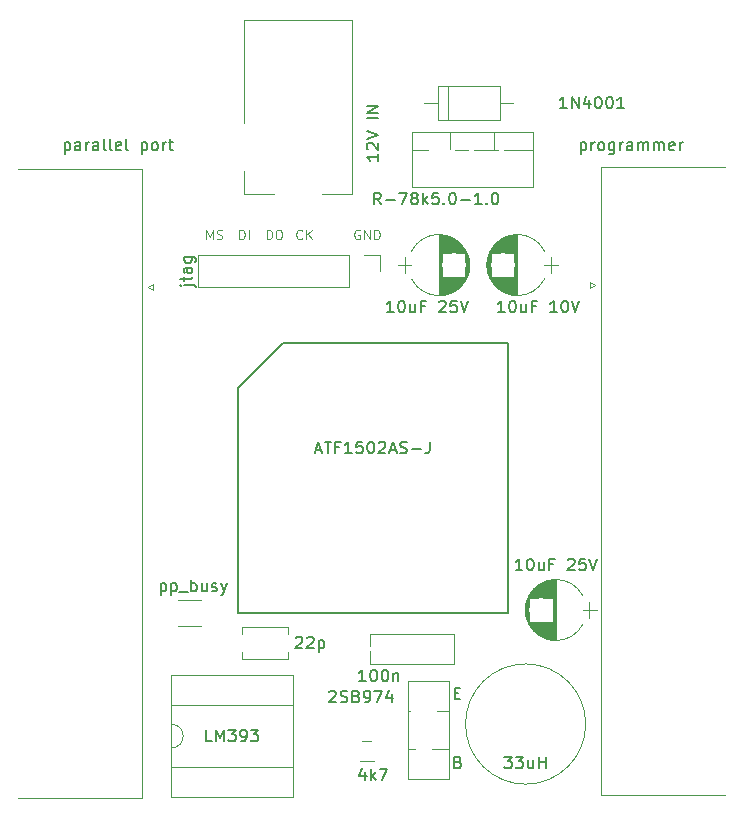
<source format=gto>
G04 #@! TF.FileFunction,Legend,Top*
%FSLAX46Y46*%
G04 Gerber Fmt 4.6, Leading zero omitted, Abs format (unit mm)*
G04 Created by KiCad (PCBNEW 4.0.7-e2-6376~58~ubuntu16.04.1) date Sat Dec  9 11:07:45 2023*
%MOMM*%
%LPD*%
G01*
G04 APERTURE LIST*
%ADD10C,0.100000*%
%ADD11C,0.200000*%
%ADD12C,0.120000*%
%ADD13C,0.150000*%
%ADD14R,2.000000X2.000000*%
%ADD15C,2.000000*%
%ADD16R,2.600000X2.600000*%
%ADD17O,2.600000X2.600000*%
%ADD18R,3.900000X3.900000*%
%ADD19C,4.400000*%
%ADD20R,2.100000X2.100000*%
%ADD21O,2.100000X2.100000*%
%ADD22R,2.400000X2.100000*%
%ADD23C,3.000000*%
%ADD24R,2.200000X2.200000*%
%ADD25O,2.200000X2.200000*%
%ADD26R,1.900000X1.700000*%
%ADD27R,1.797000X1.797000*%
%ADD28C,1.797000*%
%ADD29O,2.000000X2.000000*%
G04 APERTURE END LIST*
D10*
X101460381Y-51923905D02*
X101460381Y-51123905D01*
X101727048Y-51695333D01*
X101993715Y-51123905D01*
X101993715Y-51923905D01*
X102336572Y-51885810D02*
X102450858Y-51923905D01*
X102641334Y-51923905D01*
X102717524Y-51885810D01*
X102755620Y-51847714D01*
X102793715Y-51771524D01*
X102793715Y-51695333D01*
X102755620Y-51619143D01*
X102717524Y-51581048D01*
X102641334Y-51542952D01*
X102488953Y-51504857D01*
X102412762Y-51466762D01*
X102374667Y-51428667D01*
X102336572Y-51352476D01*
X102336572Y-51276286D01*
X102374667Y-51200095D01*
X102412762Y-51162000D01*
X102488953Y-51123905D01*
X102679429Y-51123905D01*
X102793715Y-51162000D01*
X104248000Y-51923905D02*
X104248000Y-51123905D01*
X104438476Y-51123905D01*
X104552762Y-51162000D01*
X104628953Y-51238190D01*
X104667048Y-51314381D01*
X104705143Y-51466762D01*
X104705143Y-51581048D01*
X104667048Y-51733429D01*
X104628953Y-51809619D01*
X104552762Y-51885810D01*
X104438476Y-51923905D01*
X104248000Y-51923905D01*
X105048000Y-51923905D02*
X105048000Y-51123905D01*
X106559429Y-51923905D02*
X106559429Y-51123905D01*
X106749905Y-51123905D01*
X106864191Y-51162000D01*
X106940382Y-51238190D01*
X106978477Y-51314381D01*
X107016572Y-51466762D01*
X107016572Y-51581048D01*
X106978477Y-51733429D01*
X106940382Y-51809619D01*
X106864191Y-51885810D01*
X106749905Y-51923905D01*
X106559429Y-51923905D01*
X107511810Y-51123905D02*
X107664191Y-51123905D01*
X107740382Y-51162000D01*
X107816572Y-51238190D01*
X107854667Y-51390571D01*
X107854667Y-51657238D01*
X107816572Y-51809619D01*
X107740382Y-51885810D01*
X107664191Y-51923905D01*
X107511810Y-51923905D01*
X107435620Y-51885810D01*
X107359429Y-51809619D01*
X107321334Y-51657238D01*
X107321334Y-51390571D01*
X107359429Y-51238190D01*
X107435620Y-51162000D01*
X107511810Y-51123905D01*
X109575619Y-51847714D02*
X109537524Y-51885810D01*
X109423238Y-51923905D01*
X109347048Y-51923905D01*
X109232762Y-51885810D01*
X109156571Y-51809619D01*
X109118476Y-51733429D01*
X109080381Y-51581048D01*
X109080381Y-51466762D01*
X109118476Y-51314381D01*
X109156571Y-51238190D01*
X109232762Y-51162000D01*
X109347048Y-51123905D01*
X109423238Y-51123905D01*
X109537524Y-51162000D01*
X109575619Y-51200095D01*
X109918476Y-51923905D02*
X109918476Y-51123905D01*
X110375619Y-51923905D02*
X110032762Y-51466762D01*
X110375619Y-51123905D02*
X109918476Y-51581048D01*
X114452477Y-51162000D02*
X114376286Y-51123905D01*
X114262001Y-51123905D01*
X114147715Y-51162000D01*
X114071524Y-51238190D01*
X114033429Y-51314381D01*
X113995334Y-51466762D01*
X113995334Y-51581048D01*
X114033429Y-51733429D01*
X114071524Y-51809619D01*
X114147715Y-51885810D01*
X114262001Y-51923905D01*
X114338191Y-51923905D01*
X114452477Y-51885810D01*
X114490572Y-51847714D01*
X114490572Y-51581048D01*
X114338191Y-51581048D01*
X114833429Y-51923905D02*
X114833429Y-51123905D01*
X115290572Y-51923905D01*
X115290572Y-51123905D01*
X115671524Y-51923905D02*
X115671524Y-51123905D01*
X115862000Y-51123905D01*
X115976286Y-51162000D01*
X116052477Y-51238190D01*
X116090572Y-51314381D01*
X116128667Y-51466762D01*
X116128667Y-51581048D01*
X116090572Y-51733429D01*
X116052477Y-51809619D01*
X115976286Y-51885810D01*
X115862000Y-51923905D01*
X115671524Y-51923905D01*
D11*
X122467714Y-90352571D02*
X122801048Y-90352571D01*
X122943905Y-90876381D02*
X122467714Y-90876381D01*
X122467714Y-89876381D01*
X122943905Y-89876381D01*
X122753429Y-96194571D02*
X122896286Y-96242190D01*
X122943905Y-96289810D01*
X122991524Y-96385048D01*
X122991524Y-96527905D01*
X122943905Y-96623143D01*
X122896286Y-96670762D01*
X122801048Y-96718381D01*
X122420095Y-96718381D01*
X122420095Y-95718381D01*
X122753429Y-95718381D01*
X122848667Y-95766000D01*
X122896286Y-95813619D01*
X122943905Y-95908857D01*
X122943905Y-96004095D01*
X122896286Y-96099333D01*
X122848667Y-96146952D01*
X122753429Y-96194571D01*
X122420095Y-96194571D01*
D12*
X123443722Y-52922277D02*
G75*
G03X118832420Y-52922000I-2305722J-1179723D01*
G01*
X123443722Y-55281723D02*
G75*
G02X118832420Y-55282000I-2305722J1179723D01*
G01*
X123443722Y-55281723D02*
G75*
G03X123443580Y-52922000I-2305722J1179723D01*
G01*
X121138000Y-51552000D02*
X121138000Y-56652000D01*
X121178000Y-51552000D02*
X121178000Y-56652000D01*
X121218000Y-51553000D02*
X121218000Y-56651000D01*
X121258000Y-51554000D02*
X121258000Y-56650000D01*
X121298000Y-51556000D02*
X121298000Y-56648000D01*
X121338000Y-51559000D02*
X121338000Y-56645000D01*
X121378000Y-51563000D02*
X121378000Y-56641000D01*
X121418000Y-51567000D02*
X121418000Y-53122000D01*
X121418000Y-55082000D02*
X121418000Y-56637000D01*
X121458000Y-51571000D02*
X121458000Y-53122000D01*
X121458000Y-55082000D02*
X121458000Y-56633000D01*
X121498000Y-51577000D02*
X121498000Y-53122000D01*
X121498000Y-55082000D02*
X121498000Y-56627000D01*
X121538000Y-51583000D02*
X121538000Y-53122000D01*
X121538000Y-55082000D02*
X121538000Y-56621000D01*
X121578000Y-51589000D02*
X121578000Y-53122000D01*
X121578000Y-55082000D02*
X121578000Y-56615000D01*
X121618000Y-51596000D02*
X121618000Y-53122000D01*
X121618000Y-55082000D02*
X121618000Y-56608000D01*
X121658000Y-51604000D02*
X121658000Y-53122000D01*
X121658000Y-55082000D02*
X121658000Y-56600000D01*
X121698000Y-51613000D02*
X121698000Y-53122000D01*
X121698000Y-55082000D02*
X121698000Y-56591000D01*
X121738000Y-51622000D02*
X121738000Y-53122000D01*
X121738000Y-55082000D02*
X121738000Y-56582000D01*
X121778000Y-51632000D02*
X121778000Y-53122000D01*
X121778000Y-55082000D02*
X121778000Y-56572000D01*
X121818000Y-51642000D02*
X121818000Y-53122000D01*
X121818000Y-55082000D02*
X121818000Y-56562000D01*
X121859000Y-51654000D02*
X121859000Y-53122000D01*
X121859000Y-55082000D02*
X121859000Y-56550000D01*
X121899000Y-51666000D02*
X121899000Y-53122000D01*
X121899000Y-55082000D02*
X121899000Y-56538000D01*
X121939000Y-51678000D02*
X121939000Y-53122000D01*
X121939000Y-55082000D02*
X121939000Y-56526000D01*
X121979000Y-51692000D02*
X121979000Y-53122000D01*
X121979000Y-55082000D02*
X121979000Y-56512000D01*
X122019000Y-51706000D02*
X122019000Y-53122000D01*
X122019000Y-55082000D02*
X122019000Y-56498000D01*
X122059000Y-51720000D02*
X122059000Y-53122000D01*
X122059000Y-55082000D02*
X122059000Y-56484000D01*
X122099000Y-51736000D02*
X122099000Y-53122000D01*
X122099000Y-55082000D02*
X122099000Y-56468000D01*
X122139000Y-51752000D02*
X122139000Y-53122000D01*
X122139000Y-55082000D02*
X122139000Y-56452000D01*
X122179000Y-51769000D02*
X122179000Y-53122000D01*
X122179000Y-55082000D02*
X122179000Y-56435000D01*
X122219000Y-51787000D02*
X122219000Y-53122000D01*
X122219000Y-55082000D02*
X122219000Y-56417000D01*
X122259000Y-51806000D02*
X122259000Y-53122000D01*
X122259000Y-55082000D02*
X122259000Y-56398000D01*
X122299000Y-51826000D02*
X122299000Y-53122000D01*
X122299000Y-55082000D02*
X122299000Y-56378000D01*
X122339000Y-51846000D02*
X122339000Y-53122000D01*
X122339000Y-55082000D02*
X122339000Y-56358000D01*
X122379000Y-51868000D02*
X122379000Y-53122000D01*
X122379000Y-55082000D02*
X122379000Y-56336000D01*
X122419000Y-51890000D02*
X122419000Y-53122000D01*
X122419000Y-55082000D02*
X122419000Y-56314000D01*
X122459000Y-51913000D02*
X122459000Y-53122000D01*
X122459000Y-55082000D02*
X122459000Y-56291000D01*
X122499000Y-51937000D02*
X122499000Y-53122000D01*
X122499000Y-55082000D02*
X122499000Y-56267000D01*
X122539000Y-51962000D02*
X122539000Y-53122000D01*
X122539000Y-55082000D02*
X122539000Y-56242000D01*
X122579000Y-51989000D02*
X122579000Y-53122000D01*
X122579000Y-55082000D02*
X122579000Y-56215000D01*
X122619000Y-52016000D02*
X122619000Y-53122000D01*
X122619000Y-55082000D02*
X122619000Y-56188000D01*
X122659000Y-52044000D02*
X122659000Y-53122000D01*
X122659000Y-55082000D02*
X122659000Y-56160000D01*
X122699000Y-52074000D02*
X122699000Y-53122000D01*
X122699000Y-55082000D02*
X122699000Y-56130000D01*
X122739000Y-52105000D02*
X122739000Y-53122000D01*
X122739000Y-55082000D02*
X122739000Y-56099000D01*
X122779000Y-52137000D02*
X122779000Y-53122000D01*
X122779000Y-55082000D02*
X122779000Y-56067000D01*
X122819000Y-52170000D02*
X122819000Y-53122000D01*
X122819000Y-55082000D02*
X122819000Y-56034000D01*
X122859000Y-52205000D02*
X122859000Y-53122000D01*
X122859000Y-55082000D02*
X122859000Y-55999000D01*
X122899000Y-52241000D02*
X122899000Y-53122000D01*
X122899000Y-55082000D02*
X122899000Y-55963000D01*
X122939000Y-52279000D02*
X122939000Y-53122000D01*
X122939000Y-55082000D02*
X122939000Y-55925000D01*
X122979000Y-52319000D02*
X122979000Y-53122000D01*
X122979000Y-55082000D02*
X122979000Y-55885000D01*
X123019000Y-52360000D02*
X123019000Y-53122000D01*
X123019000Y-55082000D02*
X123019000Y-55844000D01*
X123059000Y-52403000D02*
X123059000Y-53122000D01*
X123059000Y-55082000D02*
X123059000Y-55801000D01*
X123099000Y-52448000D02*
X123099000Y-53122000D01*
X123099000Y-55082000D02*
X123099000Y-55756000D01*
X123139000Y-52496000D02*
X123139000Y-53122000D01*
X123139000Y-55082000D02*
X123139000Y-55708000D01*
X123179000Y-52546000D02*
X123179000Y-53122000D01*
X123179000Y-55082000D02*
X123179000Y-55658000D01*
X123219000Y-52598000D02*
X123219000Y-53122000D01*
X123219000Y-55082000D02*
X123219000Y-55606000D01*
X123259000Y-52654000D02*
X123259000Y-53122000D01*
X123259000Y-55082000D02*
X123259000Y-55550000D01*
X123299000Y-52712000D02*
X123299000Y-53122000D01*
X123299000Y-55082000D02*
X123299000Y-55492000D01*
X123339000Y-52775000D02*
X123339000Y-53122000D01*
X123339000Y-55082000D02*
X123339000Y-55429000D01*
X123379000Y-52841000D02*
X123379000Y-55363000D01*
X123419000Y-52913000D02*
X123419000Y-55291000D01*
X123459000Y-52990000D02*
X123459000Y-55214000D01*
X123499000Y-53074000D02*
X123499000Y-55130000D01*
X123539000Y-53168000D02*
X123539000Y-55036000D01*
X123579000Y-53273000D02*
X123579000Y-54931000D01*
X123619000Y-53395000D02*
X123619000Y-54809000D01*
X123659000Y-53543000D02*
X123659000Y-54661000D01*
X123699000Y-53748000D02*
X123699000Y-54456000D01*
X117688000Y-54102000D02*
X118888000Y-54102000D01*
X118288000Y-53452000D02*
X118288000Y-54752000D01*
X125476278Y-55281723D02*
G75*
G03X130087580Y-55282000I2305722J1179723D01*
G01*
X125476278Y-52922277D02*
G75*
G02X130087580Y-52922000I2305722J-1179723D01*
G01*
X125476278Y-52922277D02*
G75*
G03X125476420Y-55282000I2305722J-1179723D01*
G01*
X127782000Y-56652000D02*
X127782000Y-51552000D01*
X127742000Y-56652000D02*
X127742000Y-51552000D01*
X127702000Y-56651000D02*
X127702000Y-51553000D01*
X127662000Y-56650000D02*
X127662000Y-51554000D01*
X127622000Y-56648000D02*
X127622000Y-51556000D01*
X127582000Y-56645000D02*
X127582000Y-51559000D01*
X127542000Y-56641000D02*
X127542000Y-51563000D01*
X127502000Y-56637000D02*
X127502000Y-55082000D01*
X127502000Y-53122000D02*
X127502000Y-51567000D01*
X127462000Y-56633000D02*
X127462000Y-55082000D01*
X127462000Y-53122000D02*
X127462000Y-51571000D01*
X127422000Y-56627000D02*
X127422000Y-55082000D01*
X127422000Y-53122000D02*
X127422000Y-51577000D01*
X127382000Y-56621000D02*
X127382000Y-55082000D01*
X127382000Y-53122000D02*
X127382000Y-51583000D01*
X127342000Y-56615000D02*
X127342000Y-55082000D01*
X127342000Y-53122000D02*
X127342000Y-51589000D01*
X127302000Y-56608000D02*
X127302000Y-55082000D01*
X127302000Y-53122000D02*
X127302000Y-51596000D01*
X127262000Y-56600000D02*
X127262000Y-55082000D01*
X127262000Y-53122000D02*
X127262000Y-51604000D01*
X127222000Y-56591000D02*
X127222000Y-55082000D01*
X127222000Y-53122000D02*
X127222000Y-51613000D01*
X127182000Y-56582000D02*
X127182000Y-55082000D01*
X127182000Y-53122000D02*
X127182000Y-51622000D01*
X127142000Y-56572000D02*
X127142000Y-55082000D01*
X127142000Y-53122000D02*
X127142000Y-51632000D01*
X127102000Y-56562000D02*
X127102000Y-55082000D01*
X127102000Y-53122000D02*
X127102000Y-51642000D01*
X127061000Y-56550000D02*
X127061000Y-55082000D01*
X127061000Y-53122000D02*
X127061000Y-51654000D01*
X127021000Y-56538000D02*
X127021000Y-55082000D01*
X127021000Y-53122000D02*
X127021000Y-51666000D01*
X126981000Y-56526000D02*
X126981000Y-55082000D01*
X126981000Y-53122000D02*
X126981000Y-51678000D01*
X126941000Y-56512000D02*
X126941000Y-55082000D01*
X126941000Y-53122000D02*
X126941000Y-51692000D01*
X126901000Y-56498000D02*
X126901000Y-55082000D01*
X126901000Y-53122000D02*
X126901000Y-51706000D01*
X126861000Y-56484000D02*
X126861000Y-55082000D01*
X126861000Y-53122000D02*
X126861000Y-51720000D01*
X126821000Y-56468000D02*
X126821000Y-55082000D01*
X126821000Y-53122000D02*
X126821000Y-51736000D01*
X126781000Y-56452000D02*
X126781000Y-55082000D01*
X126781000Y-53122000D02*
X126781000Y-51752000D01*
X126741000Y-56435000D02*
X126741000Y-55082000D01*
X126741000Y-53122000D02*
X126741000Y-51769000D01*
X126701000Y-56417000D02*
X126701000Y-55082000D01*
X126701000Y-53122000D02*
X126701000Y-51787000D01*
X126661000Y-56398000D02*
X126661000Y-55082000D01*
X126661000Y-53122000D02*
X126661000Y-51806000D01*
X126621000Y-56378000D02*
X126621000Y-55082000D01*
X126621000Y-53122000D02*
X126621000Y-51826000D01*
X126581000Y-56358000D02*
X126581000Y-55082000D01*
X126581000Y-53122000D02*
X126581000Y-51846000D01*
X126541000Y-56336000D02*
X126541000Y-55082000D01*
X126541000Y-53122000D02*
X126541000Y-51868000D01*
X126501000Y-56314000D02*
X126501000Y-55082000D01*
X126501000Y-53122000D02*
X126501000Y-51890000D01*
X126461000Y-56291000D02*
X126461000Y-55082000D01*
X126461000Y-53122000D02*
X126461000Y-51913000D01*
X126421000Y-56267000D02*
X126421000Y-55082000D01*
X126421000Y-53122000D02*
X126421000Y-51937000D01*
X126381000Y-56242000D02*
X126381000Y-55082000D01*
X126381000Y-53122000D02*
X126381000Y-51962000D01*
X126341000Y-56215000D02*
X126341000Y-55082000D01*
X126341000Y-53122000D02*
X126341000Y-51989000D01*
X126301000Y-56188000D02*
X126301000Y-55082000D01*
X126301000Y-53122000D02*
X126301000Y-52016000D01*
X126261000Y-56160000D02*
X126261000Y-55082000D01*
X126261000Y-53122000D02*
X126261000Y-52044000D01*
X126221000Y-56130000D02*
X126221000Y-55082000D01*
X126221000Y-53122000D02*
X126221000Y-52074000D01*
X126181000Y-56099000D02*
X126181000Y-55082000D01*
X126181000Y-53122000D02*
X126181000Y-52105000D01*
X126141000Y-56067000D02*
X126141000Y-55082000D01*
X126141000Y-53122000D02*
X126141000Y-52137000D01*
X126101000Y-56034000D02*
X126101000Y-55082000D01*
X126101000Y-53122000D02*
X126101000Y-52170000D01*
X126061000Y-55999000D02*
X126061000Y-55082000D01*
X126061000Y-53122000D02*
X126061000Y-52205000D01*
X126021000Y-55963000D02*
X126021000Y-55082000D01*
X126021000Y-53122000D02*
X126021000Y-52241000D01*
X125981000Y-55925000D02*
X125981000Y-55082000D01*
X125981000Y-53122000D02*
X125981000Y-52279000D01*
X125941000Y-55885000D02*
X125941000Y-55082000D01*
X125941000Y-53122000D02*
X125941000Y-52319000D01*
X125901000Y-55844000D02*
X125901000Y-55082000D01*
X125901000Y-53122000D02*
X125901000Y-52360000D01*
X125861000Y-55801000D02*
X125861000Y-55082000D01*
X125861000Y-53122000D02*
X125861000Y-52403000D01*
X125821000Y-55756000D02*
X125821000Y-55082000D01*
X125821000Y-53122000D02*
X125821000Y-52448000D01*
X125781000Y-55708000D02*
X125781000Y-55082000D01*
X125781000Y-53122000D02*
X125781000Y-52496000D01*
X125741000Y-55658000D02*
X125741000Y-55082000D01*
X125741000Y-53122000D02*
X125741000Y-52546000D01*
X125701000Y-55606000D02*
X125701000Y-55082000D01*
X125701000Y-53122000D02*
X125701000Y-52598000D01*
X125661000Y-55550000D02*
X125661000Y-55082000D01*
X125661000Y-53122000D02*
X125661000Y-52654000D01*
X125621000Y-55492000D02*
X125621000Y-55082000D01*
X125621000Y-53122000D02*
X125621000Y-52712000D01*
X125581000Y-55429000D02*
X125581000Y-55082000D01*
X125581000Y-53122000D02*
X125581000Y-52775000D01*
X125541000Y-55363000D02*
X125541000Y-52841000D01*
X125501000Y-55291000D02*
X125501000Y-52913000D01*
X125461000Y-55214000D02*
X125461000Y-52990000D01*
X125421000Y-55130000D02*
X125421000Y-53074000D01*
X125381000Y-55036000D02*
X125381000Y-53168000D01*
X125341000Y-54931000D02*
X125341000Y-53273000D01*
X125301000Y-54809000D02*
X125301000Y-53395000D01*
X125261000Y-54661000D02*
X125261000Y-53543000D01*
X125221000Y-54456000D02*
X125221000Y-53748000D01*
X131232000Y-54102000D02*
X130032000Y-54102000D01*
X130632000Y-54752000D02*
X130632000Y-53452000D01*
X115272000Y-85304000D02*
X122392000Y-85304000D01*
X115272000Y-87924000D02*
X122392000Y-87924000D01*
X115272000Y-85304000D02*
X115272000Y-87924000D01*
X122392000Y-85304000D02*
X122392000Y-87924000D01*
X104486000Y-84746000D02*
X108406000Y-84746000D01*
X104486000Y-87466000D02*
X108406000Y-87466000D01*
X104486000Y-84746000D02*
X104486000Y-85356000D01*
X104486000Y-86856000D02*
X104486000Y-87466000D01*
X108406000Y-84746000D02*
X108406000Y-85356000D01*
X108406000Y-86856000D02*
X108406000Y-87466000D01*
X128738278Y-84491723D02*
G75*
G03X133349580Y-84492000I2305722J1179723D01*
G01*
X128738278Y-82132277D02*
G75*
G02X133349580Y-82132000I2305722J-1179723D01*
G01*
X128738278Y-82132277D02*
G75*
G03X128738420Y-84492000I2305722J-1179723D01*
G01*
X131044000Y-85862000D02*
X131044000Y-80762000D01*
X131004000Y-85862000D02*
X131004000Y-80762000D01*
X130964000Y-85861000D02*
X130964000Y-80763000D01*
X130924000Y-85860000D02*
X130924000Y-80764000D01*
X130884000Y-85858000D02*
X130884000Y-80766000D01*
X130844000Y-85855000D02*
X130844000Y-80769000D01*
X130804000Y-85851000D02*
X130804000Y-80773000D01*
X130764000Y-85847000D02*
X130764000Y-84292000D01*
X130764000Y-82332000D02*
X130764000Y-80777000D01*
X130724000Y-85843000D02*
X130724000Y-84292000D01*
X130724000Y-82332000D02*
X130724000Y-80781000D01*
X130684000Y-85837000D02*
X130684000Y-84292000D01*
X130684000Y-82332000D02*
X130684000Y-80787000D01*
X130644000Y-85831000D02*
X130644000Y-84292000D01*
X130644000Y-82332000D02*
X130644000Y-80793000D01*
X130604000Y-85825000D02*
X130604000Y-84292000D01*
X130604000Y-82332000D02*
X130604000Y-80799000D01*
X130564000Y-85818000D02*
X130564000Y-84292000D01*
X130564000Y-82332000D02*
X130564000Y-80806000D01*
X130524000Y-85810000D02*
X130524000Y-84292000D01*
X130524000Y-82332000D02*
X130524000Y-80814000D01*
X130484000Y-85801000D02*
X130484000Y-84292000D01*
X130484000Y-82332000D02*
X130484000Y-80823000D01*
X130444000Y-85792000D02*
X130444000Y-84292000D01*
X130444000Y-82332000D02*
X130444000Y-80832000D01*
X130404000Y-85782000D02*
X130404000Y-84292000D01*
X130404000Y-82332000D02*
X130404000Y-80842000D01*
X130364000Y-85772000D02*
X130364000Y-84292000D01*
X130364000Y-82332000D02*
X130364000Y-80852000D01*
X130323000Y-85760000D02*
X130323000Y-84292000D01*
X130323000Y-82332000D02*
X130323000Y-80864000D01*
X130283000Y-85748000D02*
X130283000Y-84292000D01*
X130283000Y-82332000D02*
X130283000Y-80876000D01*
X130243000Y-85736000D02*
X130243000Y-84292000D01*
X130243000Y-82332000D02*
X130243000Y-80888000D01*
X130203000Y-85722000D02*
X130203000Y-84292000D01*
X130203000Y-82332000D02*
X130203000Y-80902000D01*
X130163000Y-85708000D02*
X130163000Y-84292000D01*
X130163000Y-82332000D02*
X130163000Y-80916000D01*
X130123000Y-85694000D02*
X130123000Y-84292000D01*
X130123000Y-82332000D02*
X130123000Y-80930000D01*
X130083000Y-85678000D02*
X130083000Y-84292000D01*
X130083000Y-82332000D02*
X130083000Y-80946000D01*
X130043000Y-85662000D02*
X130043000Y-84292000D01*
X130043000Y-82332000D02*
X130043000Y-80962000D01*
X130003000Y-85645000D02*
X130003000Y-84292000D01*
X130003000Y-82332000D02*
X130003000Y-80979000D01*
X129963000Y-85627000D02*
X129963000Y-84292000D01*
X129963000Y-82332000D02*
X129963000Y-80997000D01*
X129923000Y-85608000D02*
X129923000Y-84292000D01*
X129923000Y-82332000D02*
X129923000Y-81016000D01*
X129883000Y-85588000D02*
X129883000Y-84292000D01*
X129883000Y-82332000D02*
X129883000Y-81036000D01*
X129843000Y-85568000D02*
X129843000Y-84292000D01*
X129843000Y-82332000D02*
X129843000Y-81056000D01*
X129803000Y-85546000D02*
X129803000Y-84292000D01*
X129803000Y-82332000D02*
X129803000Y-81078000D01*
X129763000Y-85524000D02*
X129763000Y-84292000D01*
X129763000Y-82332000D02*
X129763000Y-81100000D01*
X129723000Y-85501000D02*
X129723000Y-84292000D01*
X129723000Y-82332000D02*
X129723000Y-81123000D01*
X129683000Y-85477000D02*
X129683000Y-84292000D01*
X129683000Y-82332000D02*
X129683000Y-81147000D01*
X129643000Y-85452000D02*
X129643000Y-84292000D01*
X129643000Y-82332000D02*
X129643000Y-81172000D01*
X129603000Y-85425000D02*
X129603000Y-84292000D01*
X129603000Y-82332000D02*
X129603000Y-81199000D01*
X129563000Y-85398000D02*
X129563000Y-84292000D01*
X129563000Y-82332000D02*
X129563000Y-81226000D01*
X129523000Y-85370000D02*
X129523000Y-84292000D01*
X129523000Y-82332000D02*
X129523000Y-81254000D01*
X129483000Y-85340000D02*
X129483000Y-84292000D01*
X129483000Y-82332000D02*
X129483000Y-81284000D01*
X129443000Y-85309000D02*
X129443000Y-84292000D01*
X129443000Y-82332000D02*
X129443000Y-81315000D01*
X129403000Y-85277000D02*
X129403000Y-84292000D01*
X129403000Y-82332000D02*
X129403000Y-81347000D01*
X129363000Y-85244000D02*
X129363000Y-84292000D01*
X129363000Y-82332000D02*
X129363000Y-81380000D01*
X129323000Y-85209000D02*
X129323000Y-84292000D01*
X129323000Y-82332000D02*
X129323000Y-81415000D01*
X129283000Y-85173000D02*
X129283000Y-84292000D01*
X129283000Y-82332000D02*
X129283000Y-81451000D01*
X129243000Y-85135000D02*
X129243000Y-84292000D01*
X129243000Y-82332000D02*
X129243000Y-81489000D01*
X129203000Y-85095000D02*
X129203000Y-84292000D01*
X129203000Y-82332000D02*
X129203000Y-81529000D01*
X129163000Y-85054000D02*
X129163000Y-84292000D01*
X129163000Y-82332000D02*
X129163000Y-81570000D01*
X129123000Y-85011000D02*
X129123000Y-84292000D01*
X129123000Y-82332000D02*
X129123000Y-81613000D01*
X129083000Y-84966000D02*
X129083000Y-84292000D01*
X129083000Y-82332000D02*
X129083000Y-81658000D01*
X129043000Y-84918000D02*
X129043000Y-84292000D01*
X129043000Y-82332000D02*
X129043000Y-81706000D01*
X129003000Y-84868000D02*
X129003000Y-84292000D01*
X129003000Y-82332000D02*
X129003000Y-81756000D01*
X128963000Y-84816000D02*
X128963000Y-84292000D01*
X128963000Y-82332000D02*
X128963000Y-81808000D01*
X128923000Y-84760000D02*
X128923000Y-84292000D01*
X128923000Y-82332000D02*
X128923000Y-81864000D01*
X128883000Y-84702000D02*
X128883000Y-84292000D01*
X128883000Y-82332000D02*
X128883000Y-81922000D01*
X128843000Y-84639000D02*
X128843000Y-84292000D01*
X128843000Y-82332000D02*
X128843000Y-81985000D01*
X128803000Y-84573000D02*
X128803000Y-82051000D01*
X128763000Y-84501000D02*
X128763000Y-82123000D01*
X128723000Y-84424000D02*
X128723000Y-82200000D01*
X128683000Y-84340000D02*
X128683000Y-82284000D01*
X128643000Y-84246000D02*
X128643000Y-82378000D01*
X128603000Y-84141000D02*
X128603000Y-82483000D01*
X128563000Y-84019000D02*
X128563000Y-82605000D01*
X128523000Y-83871000D02*
X128523000Y-82753000D01*
X128483000Y-83666000D02*
X128483000Y-82958000D01*
X134494000Y-83312000D02*
X133294000Y-83312000D01*
X133894000Y-83962000D02*
X133894000Y-82662000D01*
X121038000Y-38976000D02*
X121038000Y-41796000D01*
X121038000Y-41796000D02*
X126358000Y-41796000D01*
X126358000Y-41796000D02*
X126358000Y-38976000D01*
X126358000Y-38976000D02*
X121038000Y-38976000D01*
X119898000Y-40386000D02*
X121038000Y-40386000D01*
X127498000Y-40386000D02*
X126358000Y-40386000D01*
X121878000Y-38976000D02*
X121878000Y-41796000D01*
X104620000Y-42148000D02*
X104620000Y-33348000D01*
X104620000Y-33348000D02*
X113820000Y-33348000D01*
X107320000Y-48048000D02*
X104620000Y-48048000D01*
X104620000Y-48048000D02*
X104620000Y-46148000D01*
X113820000Y-33348000D02*
X113820000Y-48048000D01*
X113820000Y-48048000D02*
X111220000Y-48048000D01*
X85544000Y-45991000D02*
X96024000Y-45991000D01*
X96024000Y-45991000D02*
X96024000Y-99211000D01*
X96024000Y-99211000D02*
X85544000Y-99211000D01*
X96918338Y-55731000D02*
X96918338Y-56231000D01*
X96918338Y-56231000D02*
X96485325Y-55981000D01*
X96485325Y-55981000D02*
X96918338Y-55731000D01*
X100778000Y-53280000D02*
X100778000Y-55940000D01*
X113538000Y-53280000D02*
X100778000Y-53280000D01*
X113538000Y-55940000D02*
X100778000Y-55940000D01*
X113538000Y-53280000D02*
X113538000Y-55940000D01*
X114808000Y-53280000D02*
X116138000Y-53280000D01*
X116138000Y-53280000D02*
X116138000Y-54610000D01*
X145342000Y-99005000D02*
X134862000Y-99005000D01*
X134862000Y-99005000D02*
X134862000Y-45785000D01*
X134862000Y-45785000D02*
X145342000Y-45785000D01*
X133967662Y-56025000D02*
X133967662Y-55525000D01*
X133967662Y-55525000D02*
X134400675Y-55775000D01*
X134400675Y-55775000D02*
X133967662Y-56025000D01*
X101044000Y-84636000D02*
X99044000Y-84636000D01*
X99044000Y-82496000D02*
X101044000Y-82496000D01*
X133574000Y-92964000D02*
G75*
G03X133574000Y-92964000I-5090000J0D01*
G01*
X122008000Y-89352000D02*
X122008000Y-97592000D01*
X118518000Y-89352000D02*
X118518000Y-97592000D01*
X122008000Y-89352000D02*
X118518000Y-89352000D01*
X122008000Y-97592000D02*
X118518000Y-97592000D01*
X122008000Y-91872000D02*
X120938000Y-91872000D01*
X118838000Y-91872000D02*
X118518000Y-91872000D01*
X122008000Y-95073000D02*
X120428000Y-95073000D01*
X119348000Y-95073000D02*
X118518000Y-95073000D01*
X114448000Y-94370000D02*
X115648000Y-94370000D01*
X115648000Y-96130000D02*
X114448000Y-96130000D01*
X118832000Y-42846000D02*
X129072000Y-42846000D01*
X118832000Y-47487000D02*
X129072000Y-47487000D01*
X118832000Y-42846000D02*
X118832000Y-47487000D01*
X129072000Y-42846000D02*
X129072000Y-47487000D01*
X118832000Y-44356000D02*
X129072000Y-44356000D01*
X122102000Y-42846000D02*
X122102000Y-44356000D01*
X125803000Y-42846000D02*
X125803000Y-44356000D01*
D13*
X107950000Y-60706000D02*
X104140000Y-64516000D01*
X104140000Y-64516000D02*
X104140000Y-83566000D01*
X104140000Y-83566000D02*
X127000000Y-83566000D01*
X127000000Y-83566000D02*
X127000000Y-60706000D01*
X127000000Y-60706000D02*
X107950000Y-60706000D01*
D12*
X98492000Y-92980000D02*
G75*
G02X98492000Y-94980000I0J-1000000D01*
G01*
X98492000Y-94980000D02*
X98492000Y-96630000D01*
X98492000Y-96630000D02*
X108772000Y-96630000D01*
X108772000Y-96630000D02*
X108772000Y-91330000D01*
X108772000Y-91330000D02*
X98492000Y-91330000D01*
X98492000Y-91330000D02*
X98492000Y-92980000D01*
X98432000Y-99120000D02*
X108832000Y-99120000D01*
X108832000Y-99120000D02*
X108832000Y-88840000D01*
X108832000Y-88840000D02*
X98432000Y-88840000D01*
X98432000Y-88840000D02*
X98432000Y-99120000D01*
D13*
X117308667Y-58110381D02*
X116737238Y-58110381D01*
X117022952Y-58110381D02*
X117022952Y-57110381D01*
X116927714Y-57253238D01*
X116832476Y-57348476D01*
X116737238Y-57396095D01*
X117927714Y-57110381D02*
X118022953Y-57110381D01*
X118118191Y-57158000D01*
X118165810Y-57205619D01*
X118213429Y-57300857D01*
X118261048Y-57491333D01*
X118261048Y-57729429D01*
X118213429Y-57919905D01*
X118165810Y-58015143D01*
X118118191Y-58062762D01*
X118022953Y-58110381D01*
X117927714Y-58110381D01*
X117832476Y-58062762D01*
X117784857Y-58015143D01*
X117737238Y-57919905D01*
X117689619Y-57729429D01*
X117689619Y-57491333D01*
X117737238Y-57300857D01*
X117784857Y-57205619D01*
X117832476Y-57158000D01*
X117927714Y-57110381D01*
X119118191Y-57443714D02*
X119118191Y-58110381D01*
X118689619Y-57443714D02*
X118689619Y-57967524D01*
X118737238Y-58062762D01*
X118832476Y-58110381D01*
X118975334Y-58110381D01*
X119070572Y-58062762D01*
X119118191Y-58015143D01*
X119927715Y-57586571D02*
X119594381Y-57586571D01*
X119594381Y-58110381D02*
X119594381Y-57110381D01*
X120070572Y-57110381D01*
X121165810Y-57205619D02*
X121213429Y-57158000D01*
X121308667Y-57110381D01*
X121546763Y-57110381D01*
X121642001Y-57158000D01*
X121689620Y-57205619D01*
X121737239Y-57300857D01*
X121737239Y-57396095D01*
X121689620Y-57538952D01*
X121118191Y-58110381D01*
X121737239Y-58110381D01*
X122642001Y-57110381D02*
X122165810Y-57110381D01*
X122118191Y-57586571D01*
X122165810Y-57538952D01*
X122261048Y-57491333D01*
X122499144Y-57491333D01*
X122594382Y-57538952D01*
X122642001Y-57586571D01*
X122689620Y-57681810D01*
X122689620Y-57919905D01*
X122642001Y-58015143D01*
X122594382Y-58062762D01*
X122499144Y-58110381D01*
X122261048Y-58110381D01*
X122165810Y-58062762D01*
X122118191Y-58015143D01*
X122975334Y-57110381D02*
X123308667Y-58110381D01*
X123642001Y-57110381D01*
X126706667Y-58110381D02*
X126135238Y-58110381D01*
X126420952Y-58110381D02*
X126420952Y-57110381D01*
X126325714Y-57253238D01*
X126230476Y-57348476D01*
X126135238Y-57396095D01*
X127325714Y-57110381D02*
X127420953Y-57110381D01*
X127516191Y-57158000D01*
X127563810Y-57205619D01*
X127611429Y-57300857D01*
X127659048Y-57491333D01*
X127659048Y-57729429D01*
X127611429Y-57919905D01*
X127563810Y-58015143D01*
X127516191Y-58062762D01*
X127420953Y-58110381D01*
X127325714Y-58110381D01*
X127230476Y-58062762D01*
X127182857Y-58015143D01*
X127135238Y-57919905D01*
X127087619Y-57729429D01*
X127087619Y-57491333D01*
X127135238Y-57300857D01*
X127182857Y-57205619D01*
X127230476Y-57158000D01*
X127325714Y-57110381D01*
X128516191Y-57443714D02*
X128516191Y-58110381D01*
X128087619Y-57443714D02*
X128087619Y-57967524D01*
X128135238Y-58062762D01*
X128230476Y-58110381D01*
X128373334Y-58110381D01*
X128468572Y-58062762D01*
X128516191Y-58015143D01*
X129325715Y-57586571D02*
X128992381Y-57586571D01*
X128992381Y-58110381D02*
X128992381Y-57110381D01*
X129468572Y-57110381D01*
X131135239Y-58110381D02*
X130563810Y-58110381D01*
X130849524Y-58110381D02*
X130849524Y-57110381D01*
X130754286Y-57253238D01*
X130659048Y-57348476D01*
X130563810Y-57396095D01*
X131754286Y-57110381D02*
X131849525Y-57110381D01*
X131944763Y-57158000D01*
X131992382Y-57205619D01*
X132040001Y-57300857D01*
X132087620Y-57491333D01*
X132087620Y-57729429D01*
X132040001Y-57919905D01*
X131992382Y-58015143D01*
X131944763Y-58062762D01*
X131849525Y-58110381D01*
X131754286Y-58110381D01*
X131659048Y-58062762D01*
X131611429Y-58015143D01*
X131563810Y-57919905D01*
X131516191Y-57729429D01*
X131516191Y-57491333D01*
X131563810Y-57300857D01*
X131611429Y-57205619D01*
X131659048Y-57158000D01*
X131754286Y-57110381D01*
X132373334Y-57110381D02*
X132706667Y-58110381D01*
X133040001Y-57110381D01*
X114958953Y-89352381D02*
X114387524Y-89352381D01*
X114673238Y-89352381D02*
X114673238Y-88352381D01*
X114578000Y-88495238D01*
X114482762Y-88590476D01*
X114387524Y-88638095D01*
X115578000Y-88352381D02*
X115673239Y-88352381D01*
X115768477Y-88400000D01*
X115816096Y-88447619D01*
X115863715Y-88542857D01*
X115911334Y-88733333D01*
X115911334Y-88971429D01*
X115863715Y-89161905D01*
X115816096Y-89257143D01*
X115768477Y-89304762D01*
X115673239Y-89352381D01*
X115578000Y-89352381D01*
X115482762Y-89304762D01*
X115435143Y-89257143D01*
X115387524Y-89161905D01*
X115339905Y-88971429D01*
X115339905Y-88733333D01*
X115387524Y-88542857D01*
X115435143Y-88447619D01*
X115482762Y-88400000D01*
X115578000Y-88352381D01*
X116530381Y-88352381D02*
X116625620Y-88352381D01*
X116720858Y-88400000D01*
X116768477Y-88447619D01*
X116816096Y-88542857D01*
X116863715Y-88733333D01*
X116863715Y-88971429D01*
X116816096Y-89161905D01*
X116768477Y-89257143D01*
X116720858Y-89304762D01*
X116625620Y-89352381D01*
X116530381Y-89352381D01*
X116435143Y-89304762D01*
X116387524Y-89257143D01*
X116339905Y-89161905D01*
X116292286Y-88971429D01*
X116292286Y-88733333D01*
X116339905Y-88542857D01*
X116387524Y-88447619D01*
X116435143Y-88400000D01*
X116530381Y-88352381D01*
X117292286Y-88685714D02*
X117292286Y-89352381D01*
X117292286Y-88780952D02*
X117339905Y-88733333D01*
X117435143Y-88685714D01*
X117578001Y-88685714D01*
X117673239Y-88733333D01*
X117720858Y-88828571D01*
X117720858Y-89352381D01*
X109021714Y-85653619D02*
X109069333Y-85606000D01*
X109164571Y-85558381D01*
X109402667Y-85558381D01*
X109497905Y-85606000D01*
X109545524Y-85653619D01*
X109593143Y-85748857D01*
X109593143Y-85844095D01*
X109545524Y-85986952D01*
X108974095Y-86558381D01*
X109593143Y-86558381D01*
X109974095Y-85653619D02*
X110021714Y-85606000D01*
X110116952Y-85558381D01*
X110355048Y-85558381D01*
X110450286Y-85606000D01*
X110497905Y-85653619D01*
X110545524Y-85748857D01*
X110545524Y-85844095D01*
X110497905Y-85986952D01*
X109926476Y-86558381D01*
X110545524Y-86558381D01*
X110974095Y-85891714D02*
X110974095Y-86891714D01*
X110974095Y-85939333D02*
X111069333Y-85891714D01*
X111259810Y-85891714D01*
X111355048Y-85939333D01*
X111402667Y-85986952D01*
X111450286Y-86082190D01*
X111450286Y-86367905D01*
X111402667Y-86463143D01*
X111355048Y-86510762D01*
X111259810Y-86558381D01*
X111069333Y-86558381D01*
X110974095Y-86510762D01*
X128210667Y-79954381D02*
X127639238Y-79954381D01*
X127924952Y-79954381D02*
X127924952Y-78954381D01*
X127829714Y-79097238D01*
X127734476Y-79192476D01*
X127639238Y-79240095D01*
X128829714Y-78954381D02*
X128924953Y-78954381D01*
X129020191Y-79002000D01*
X129067810Y-79049619D01*
X129115429Y-79144857D01*
X129163048Y-79335333D01*
X129163048Y-79573429D01*
X129115429Y-79763905D01*
X129067810Y-79859143D01*
X129020191Y-79906762D01*
X128924953Y-79954381D01*
X128829714Y-79954381D01*
X128734476Y-79906762D01*
X128686857Y-79859143D01*
X128639238Y-79763905D01*
X128591619Y-79573429D01*
X128591619Y-79335333D01*
X128639238Y-79144857D01*
X128686857Y-79049619D01*
X128734476Y-79002000D01*
X128829714Y-78954381D01*
X130020191Y-79287714D02*
X130020191Y-79954381D01*
X129591619Y-79287714D02*
X129591619Y-79811524D01*
X129639238Y-79906762D01*
X129734476Y-79954381D01*
X129877334Y-79954381D01*
X129972572Y-79906762D01*
X130020191Y-79859143D01*
X130829715Y-79430571D02*
X130496381Y-79430571D01*
X130496381Y-79954381D02*
X130496381Y-78954381D01*
X130972572Y-78954381D01*
X132067810Y-79049619D02*
X132115429Y-79002000D01*
X132210667Y-78954381D01*
X132448763Y-78954381D01*
X132544001Y-79002000D01*
X132591620Y-79049619D01*
X132639239Y-79144857D01*
X132639239Y-79240095D01*
X132591620Y-79382952D01*
X132020191Y-79954381D01*
X132639239Y-79954381D01*
X133544001Y-78954381D02*
X133067810Y-78954381D01*
X133020191Y-79430571D01*
X133067810Y-79382952D01*
X133163048Y-79335333D01*
X133401144Y-79335333D01*
X133496382Y-79382952D01*
X133544001Y-79430571D01*
X133591620Y-79525810D01*
X133591620Y-79763905D01*
X133544001Y-79859143D01*
X133496382Y-79906762D01*
X133401144Y-79954381D01*
X133163048Y-79954381D01*
X133067810Y-79906762D01*
X133020191Y-79859143D01*
X133877334Y-78954381D02*
X134210667Y-79954381D01*
X134544001Y-78954381D01*
X131969143Y-40838381D02*
X131397714Y-40838381D01*
X131683428Y-40838381D02*
X131683428Y-39838381D01*
X131588190Y-39981238D01*
X131492952Y-40076476D01*
X131397714Y-40124095D01*
X132397714Y-40838381D02*
X132397714Y-39838381D01*
X132969143Y-40838381D01*
X132969143Y-39838381D01*
X133873905Y-40171714D02*
X133873905Y-40838381D01*
X133635809Y-39790762D02*
X133397714Y-40505048D01*
X134016762Y-40505048D01*
X134588190Y-39838381D02*
X134683429Y-39838381D01*
X134778667Y-39886000D01*
X134826286Y-39933619D01*
X134873905Y-40028857D01*
X134921524Y-40219333D01*
X134921524Y-40457429D01*
X134873905Y-40647905D01*
X134826286Y-40743143D01*
X134778667Y-40790762D01*
X134683429Y-40838381D01*
X134588190Y-40838381D01*
X134492952Y-40790762D01*
X134445333Y-40743143D01*
X134397714Y-40647905D01*
X134350095Y-40457429D01*
X134350095Y-40219333D01*
X134397714Y-40028857D01*
X134445333Y-39933619D01*
X134492952Y-39886000D01*
X134588190Y-39838381D01*
X135540571Y-39838381D02*
X135635810Y-39838381D01*
X135731048Y-39886000D01*
X135778667Y-39933619D01*
X135826286Y-40028857D01*
X135873905Y-40219333D01*
X135873905Y-40457429D01*
X135826286Y-40647905D01*
X135778667Y-40743143D01*
X135731048Y-40790762D01*
X135635810Y-40838381D01*
X135540571Y-40838381D01*
X135445333Y-40790762D01*
X135397714Y-40743143D01*
X135350095Y-40647905D01*
X135302476Y-40457429D01*
X135302476Y-40219333D01*
X135350095Y-40028857D01*
X135397714Y-39933619D01*
X135445333Y-39886000D01*
X135540571Y-39838381D01*
X136826286Y-40838381D02*
X136254857Y-40838381D01*
X136540571Y-40838381D02*
X136540571Y-39838381D01*
X136445333Y-39981238D01*
X136350095Y-40076476D01*
X136254857Y-40124095D01*
X116022381Y-44687904D02*
X116022381Y-45259333D01*
X116022381Y-44973619D02*
X115022381Y-44973619D01*
X115165238Y-45068857D01*
X115260476Y-45164095D01*
X115308095Y-45259333D01*
X115117619Y-44306952D02*
X115070000Y-44259333D01*
X115022381Y-44164095D01*
X115022381Y-43925999D01*
X115070000Y-43830761D01*
X115117619Y-43783142D01*
X115212857Y-43735523D01*
X115308095Y-43735523D01*
X115450952Y-43783142D01*
X116022381Y-44354571D01*
X116022381Y-43735523D01*
X115022381Y-43449809D02*
X116022381Y-43116476D01*
X115022381Y-42783142D01*
X116022381Y-41687904D02*
X115022381Y-41687904D01*
X116022381Y-41211714D02*
X115022381Y-41211714D01*
X116022381Y-40640285D01*
X115022381Y-40640285D01*
X89456189Y-43727714D02*
X89456189Y-44727714D01*
X89456189Y-43775333D02*
X89551427Y-43727714D01*
X89741904Y-43727714D01*
X89837142Y-43775333D01*
X89884761Y-43822952D01*
X89932380Y-43918190D01*
X89932380Y-44203905D01*
X89884761Y-44299143D01*
X89837142Y-44346762D01*
X89741904Y-44394381D01*
X89551427Y-44394381D01*
X89456189Y-44346762D01*
X90789523Y-44394381D02*
X90789523Y-43870571D01*
X90741904Y-43775333D01*
X90646666Y-43727714D01*
X90456189Y-43727714D01*
X90360951Y-43775333D01*
X90789523Y-44346762D02*
X90694285Y-44394381D01*
X90456189Y-44394381D01*
X90360951Y-44346762D01*
X90313332Y-44251524D01*
X90313332Y-44156286D01*
X90360951Y-44061048D01*
X90456189Y-44013429D01*
X90694285Y-44013429D01*
X90789523Y-43965810D01*
X91265713Y-44394381D02*
X91265713Y-43727714D01*
X91265713Y-43918190D02*
X91313332Y-43822952D01*
X91360951Y-43775333D01*
X91456189Y-43727714D01*
X91551428Y-43727714D01*
X92313333Y-44394381D02*
X92313333Y-43870571D01*
X92265714Y-43775333D01*
X92170476Y-43727714D01*
X91979999Y-43727714D01*
X91884761Y-43775333D01*
X92313333Y-44346762D02*
X92218095Y-44394381D01*
X91979999Y-44394381D01*
X91884761Y-44346762D01*
X91837142Y-44251524D01*
X91837142Y-44156286D01*
X91884761Y-44061048D01*
X91979999Y-44013429D01*
X92218095Y-44013429D01*
X92313333Y-43965810D01*
X92932380Y-44394381D02*
X92837142Y-44346762D01*
X92789523Y-44251524D01*
X92789523Y-43394381D01*
X93456190Y-44394381D02*
X93360952Y-44346762D01*
X93313333Y-44251524D01*
X93313333Y-43394381D01*
X94218096Y-44346762D02*
X94122858Y-44394381D01*
X93932381Y-44394381D01*
X93837143Y-44346762D01*
X93789524Y-44251524D01*
X93789524Y-43870571D01*
X93837143Y-43775333D01*
X93932381Y-43727714D01*
X94122858Y-43727714D01*
X94218096Y-43775333D01*
X94265715Y-43870571D01*
X94265715Y-43965810D01*
X93789524Y-44061048D01*
X94837143Y-44394381D02*
X94741905Y-44346762D01*
X94694286Y-44251524D01*
X94694286Y-43394381D01*
X95980001Y-43727714D02*
X95980001Y-44727714D01*
X95980001Y-43775333D02*
X96075239Y-43727714D01*
X96265716Y-43727714D01*
X96360954Y-43775333D01*
X96408573Y-43822952D01*
X96456192Y-43918190D01*
X96456192Y-44203905D01*
X96408573Y-44299143D01*
X96360954Y-44346762D01*
X96265716Y-44394381D01*
X96075239Y-44394381D01*
X95980001Y-44346762D01*
X97027620Y-44394381D02*
X96932382Y-44346762D01*
X96884763Y-44299143D01*
X96837144Y-44203905D01*
X96837144Y-43918190D01*
X96884763Y-43822952D01*
X96932382Y-43775333D01*
X97027620Y-43727714D01*
X97170478Y-43727714D01*
X97265716Y-43775333D01*
X97313335Y-43822952D01*
X97360954Y-43918190D01*
X97360954Y-44203905D01*
X97313335Y-44299143D01*
X97265716Y-44346762D01*
X97170478Y-44394381D01*
X97027620Y-44394381D01*
X97789525Y-44394381D02*
X97789525Y-43727714D01*
X97789525Y-43918190D02*
X97837144Y-43822952D01*
X97884763Y-43775333D01*
X97980001Y-43727714D01*
X98075240Y-43727714D01*
X98265716Y-43727714D02*
X98646668Y-43727714D01*
X98408573Y-43394381D02*
X98408573Y-44251524D01*
X98456192Y-44346762D01*
X98551430Y-44394381D01*
X98646668Y-44394381D01*
X99563714Y-55800476D02*
X100420857Y-55800476D01*
X100516095Y-55848095D01*
X100563714Y-55943333D01*
X100563714Y-55990952D01*
X99230381Y-55800476D02*
X99278000Y-55848095D01*
X99325619Y-55800476D01*
X99278000Y-55752857D01*
X99230381Y-55800476D01*
X99325619Y-55800476D01*
X99563714Y-55467143D02*
X99563714Y-55086191D01*
X99230381Y-55324286D02*
X100087524Y-55324286D01*
X100182762Y-55276667D01*
X100230381Y-55181429D01*
X100230381Y-55086191D01*
X100230381Y-54324285D02*
X99706571Y-54324285D01*
X99611333Y-54371904D01*
X99563714Y-54467142D01*
X99563714Y-54657619D01*
X99611333Y-54752857D01*
X100182762Y-54324285D02*
X100230381Y-54419523D01*
X100230381Y-54657619D01*
X100182762Y-54752857D01*
X100087524Y-54800476D01*
X99992286Y-54800476D01*
X99897048Y-54752857D01*
X99849429Y-54657619D01*
X99849429Y-54419523D01*
X99801810Y-54324285D01*
X99563714Y-53419523D02*
X100373238Y-53419523D01*
X100468476Y-53467142D01*
X100516095Y-53514761D01*
X100563714Y-53610000D01*
X100563714Y-53752857D01*
X100516095Y-53848095D01*
X100182762Y-53419523D02*
X100230381Y-53514761D01*
X100230381Y-53705238D01*
X100182762Y-53800476D01*
X100135143Y-53848095D01*
X100039905Y-53895714D01*
X99754190Y-53895714D01*
X99658952Y-53848095D01*
X99611333Y-53800476D01*
X99563714Y-53705238D01*
X99563714Y-53514761D01*
X99611333Y-53419523D01*
X133152095Y-43727714D02*
X133152095Y-44727714D01*
X133152095Y-43775333D02*
X133247333Y-43727714D01*
X133437810Y-43727714D01*
X133533048Y-43775333D01*
X133580667Y-43822952D01*
X133628286Y-43918190D01*
X133628286Y-44203905D01*
X133580667Y-44299143D01*
X133533048Y-44346762D01*
X133437810Y-44394381D01*
X133247333Y-44394381D01*
X133152095Y-44346762D01*
X134056857Y-44394381D02*
X134056857Y-43727714D01*
X134056857Y-43918190D02*
X134104476Y-43822952D01*
X134152095Y-43775333D01*
X134247333Y-43727714D01*
X134342572Y-43727714D01*
X134818762Y-44394381D02*
X134723524Y-44346762D01*
X134675905Y-44299143D01*
X134628286Y-44203905D01*
X134628286Y-43918190D01*
X134675905Y-43822952D01*
X134723524Y-43775333D01*
X134818762Y-43727714D01*
X134961620Y-43727714D01*
X135056858Y-43775333D01*
X135104477Y-43822952D01*
X135152096Y-43918190D01*
X135152096Y-44203905D01*
X135104477Y-44299143D01*
X135056858Y-44346762D01*
X134961620Y-44394381D01*
X134818762Y-44394381D01*
X136009239Y-43727714D02*
X136009239Y-44537238D01*
X135961620Y-44632476D01*
X135914001Y-44680095D01*
X135818762Y-44727714D01*
X135675905Y-44727714D01*
X135580667Y-44680095D01*
X136009239Y-44346762D02*
X135914001Y-44394381D01*
X135723524Y-44394381D01*
X135628286Y-44346762D01*
X135580667Y-44299143D01*
X135533048Y-44203905D01*
X135533048Y-43918190D01*
X135580667Y-43822952D01*
X135628286Y-43775333D01*
X135723524Y-43727714D01*
X135914001Y-43727714D01*
X136009239Y-43775333D01*
X136485429Y-44394381D02*
X136485429Y-43727714D01*
X136485429Y-43918190D02*
X136533048Y-43822952D01*
X136580667Y-43775333D01*
X136675905Y-43727714D01*
X136771144Y-43727714D01*
X137533049Y-44394381D02*
X137533049Y-43870571D01*
X137485430Y-43775333D01*
X137390192Y-43727714D01*
X137199715Y-43727714D01*
X137104477Y-43775333D01*
X137533049Y-44346762D02*
X137437811Y-44394381D01*
X137199715Y-44394381D01*
X137104477Y-44346762D01*
X137056858Y-44251524D01*
X137056858Y-44156286D01*
X137104477Y-44061048D01*
X137199715Y-44013429D01*
X137437811Y-44013429D01*
X137533049Y-43965810D01*
X138009239Y-44394381D02*
X138009239Y-43727714D01*
X138009239Y-43822952D02*
X138056858Y-43775333D01*
X138152096Y-43727714D01*
X138294954Y-43727714D01*
X138390192Y-43775333D01*
X138437811Y-43870571D01*
X138437811Y-44394381D01*
X138437811Y-43870571D02*
X138485430Y-43775333D01*
X138580668Y-43727714D01*
X138723525Y-43727714D01*
X138818763Y-43775333D01*
X138866382Y-43870571D01*
X138866382Y-44394381D01*
X139342572Y-44394381D02*
X139342572Y-43727714D01*
X139342572Y-43822952D02*
X139390191Y-43775333D01*
X139485429Y-43727714D01*
X139628287Y-43727714D01*
X139723525Y-43775333D01*
X139771144Y-43870571D01*
X139771144Y-44394381D01*
X139771144Y-43870571D02*
X139818763Y-43775333D01*
X139914001Y-43727714D01*
X140056858Y-43727714D01*
X140152096Y-43775333D01*
X140199715Y-43870571D01*
X140199715Y-44394381D01*
X141056858Y-44346762D02*
X140961620Y-44394381D01*
X140771143Y-44394381D01*
X140675905Y-44346762D01*
X140628286Y-44251524D01*
X140628286Y-43870571D01*
X140675905Y-43775333D01*
X140771143Y-43727714D01*
X140961620Y-43727714D01*
X141056858Y-43775333D01*
X141104477Y-43870571D01*
X141104477Y-43965810D01*
X140628286Y-44061048D01*
X141533048Y-44394381D02*
X141533048Y-43727714D01*
X141533048Y-43918190D02*
X141580667Y-43822952D01*
X141628286Y-43775333D01*
X141723524Y-43727714D01*
X141818763Y-43727714D01*
X97591904Y-81065714D02*
X97591904Y-82065714D01*
X97591904Y-81113333D02*
X97687142Y-81065714D01*
X97877619Y-81065714D01*
X97972857Y-81113333D01*
X98020476Y-81160952D01*
X98068095Y-81256190D01*
X98068095Y-81541905D01*
X98020476Y-81637143D01*
X97972857Y-81684762D01*
X97877619Y-81732381D01*
X97687142Y-81732381D01*
X97591904Y-81684762D01*
X98496666Y-81065714D02*
X98496666Y-82065714D01*
X98496666Y-81113333D02*
X98591904Y-81065714D01*
X98782381Y-81065714D01*
X98877619Y-81113333D01*
X98925238Y-81160952D01*
X98972857Y-81256190D01*
X98972857Y-81541905D01*
X98925238Y-81637143D01*
X98877619Y-81684762D01*
X98782381Y-81732381D01*
X98591904Y-81732381D01*
X98496666Y-81684762D01*
X99163333Y-81827619D02*
X99925238Y-81827619D01*
X100163333Y-81732381D02*
X100163333Y-80732381D01*
X100163333Y-81113333D02*
X100258571Y-81065714D01*
X100449048Y-81065714D01*
X100544286Y-81113333D01*
X100591905Y-81160952D01*
X100639524Y-81256190D01*
X100639524Y-81541905D01*
X100591905Y-81637143D01*
X100544286Y-81684762D01*
X100449048Y-81732381D01*
X100258571Y-81732381D01*
X100163333Y-81684762D01*
X101496667Y-81065714D02*
X101496667Y-81732381D01*
X101068095Y-81065714D02*
X101068095Y-81589524D01*
X101115714Y-81684762D01*
X101210952Y-81732381D01*
X101353810Y-81732381D01*
X101449048Y-81684762D01*
X101496667Y-81637143D01*
X101925238Y-81684762D02*
X102020476Y-81732381D01*
X102210952Y-81732381D01*
X102306191Y-81684762D01*
X102353810Y-81589524D01*
X102353810Y-81541905D01*
X102306191Y-81446667D01*
X102210952Y-81399048D01*
X102068095Y-81399048D01*
X101972857Y-81351429D01*
X101925238Y-81256190D01*
X101925238Y-81208571D01*
X101972857Y-81113333D01*
X102068095Y-81065714D01*
X102210952Y-81065714D01*
X102306191Y-81113333D01*
X102687143Y-81065714D02*
X102925238Y-81732381D01*
X103163334Y-81065714D02*
X102925238Y-81732381D01*
X102830000Y-81970476D01*
X102782381Y-82018095D01*
X102687143Y-82065714D01*
X126698286Y-95718381D02*
X127317334Y-95718381D01*
X126984000Y-96099333D01*
X127126858Y-96099333D01*
X127222096Y-96146952D01*
X127269715Y-96194571D01*
X127317334Y-96289810D01*
X127317334Y-96527905D01*
X127269715Y-96623143D01*
X127222096Y-96670762D01*
X127126858Y-96718381D01*
X126841143Y-96718381D01*
X126745905Y-96670762D01*
X126698286Y-96623143D01*
X127650667Y-95718381D02*
X128269715Y-95718381D01*
X127936381Y-96099333D01*
X128079239Y-96099333D01*
X128174477Y-96146952D01*
X128222096Y-96194571D01*
X128269715Y-96289810D01*
X128269715Y-96527905D01*
X128222096Y-96623143D01*
X128174477Y-96670762D01*
X128079239Y-96718381D01*
X127793524Y-96718381D01*
X127698286Y-96670762D01*
X127650667Y-96623143D01*
X129126858Y-96051714D02*
X129126858Y-96718381D01*
X128698286Y-96051714D02*
X128698286Y-96575524D01*
X128745905Y-96670762D01*
X128841143Y-96718381D01*
X128984001Y-96718381D01*
X129079239Y-96670762D01*
X129126858Y-96623143D01*
X129603048Y-96718381D02*
X129603048Y-95718381D01*
X129603048Y-96194571D02*
X130174477Y-96194571D01*
X130174477Y-96718381D02*
X130174477Y-95718381D01*
X111863524Y-90225619D02*
X111911143Y-90178000D01*
X112006381Y-90130381D01*
X112244477Y-90130381D01*
X112339715Y-90178000D01*
X112387334Y-90225619D01*
X112434953Y-90320857D01*
X112434953Y-90416095D01*
X112387334Y-90558952D01*
X111815905Y-91130381D01*
X112434953Y-91130381D01*
X112815905Y-91082762D02*
X112958762Y-91130381D01*
X113196858Y-91130381D01*
X113292096Y-91082762D01*
X113339715Y-91035143D01*
X113387334Y-90939905D01*
X113387334Y-90844667D01*
X113339715Y-90749429D01*
X113292096Y-90701810D01*
X113196858Y-90654190D01*
X113006381Y-90606571D01*
X112911143Y-90558952D01*
X112863524Y-90511333D01*
X112815905Y-90416095D01*
X112815905Y-90320857D01*
X112863524Y-90225619D01*
X112911143Y-90178000D01*
X113006381Y-90130381D01*
X113244477Y-90130381D01*
X113387334Y-90178000D01*
X114149239Y-90606571D02*
X114292096Y-90654190D01*
X114339715Y-90701810D01*
X114387334Y-90797048D01*
X114387334Y-90939905D01*
X114339715Y-91035143D01*
X114292096Y-91082762D01*
X114196858Y-91130381D01*
X113815905Y-91130381D01*
X113815905Y-90130381D01*
X114149239Y-90130381D01*
X114244477Y-90178000D01*
X114292096Y-90225619D01*
X114339715Y-90320857D01*
X114339715Y-90416095D01*
X114292096Y-90511333D01*
X114244477Y-90558952D01*
X114149239Y-90606571D01*
X113815905Y-90606571D01*
X114863524Y-91130381D02*
X115054000Y-91130381D01*
X115149239Y-91082762D01*
X115196858Y-91035143D01*
X115292096Y-90892286D01*
X115339715Y-90701810D01*
X115339715Y-90320857D01*
X115292096Y-90225619D01*
X115244477Y-90178000D01*
X115149239Y-90130381D01*
X114958762Y-90130381D01*
X114863524Y-90178000D01*
X114815905Y-90225619D01*
X114768286Y-90320857D01*
X114768286Y-90558952D01*
X114815905Y-90654190D01*
X114863524Y-90701810D01*
X114958762Y-90749429D01*
X115149239Y-90749429D01*
X115244477Y-90701810D01*
X115292096Y-90654190D01*
X115339715Y-90558952D01*
X115673048Y-90130381D02*
X116339715Y-90130381D01*
X115911143Y-91130381D01*
X117149239Y-90463714D02*
X117149239Y-91130381D01*
X116911143Y-90082762D02*
X116673048Y-90797048D01*
X117292096Y-90797048D01*
X114879524Y-97067714D02*
X114879524Y-97734381D01*
X114641428Y-96686762D02*
X114403333Y-97401048D01*
X115022381Y-97401048D01*
X115403333Y-97734381D02*
X115403333Y-96734381D01*
X115498571Y-97353429D02*
X115784286Y-97734381D01*
X115784286Y-97067714D02*
X115403333Y-97448667D01*
X116117619Y-96734381D02*
X116784286Y-96734381D01*
X116355714Y-97734381D01*
X116237334Y-48966381D02*
X115904000Y-48490190D01*
X115665905Y-48966381D02*
X115665905Y-47966381D01*
X116046858Y-47966381D01*
X116142096Y-48014000D01*
X116189715Y-48061619D01*
X116237334Y-48156857D01*
X116237334Y-48299714D01*
X116189715Y-48394952D01*
X116142096Y-48442571D01*
X116046858Y-48490190D01*
X115665905Y-48490190D01*
X116665905Y-48585429D02*
X117427810Y-48585429D01*
X117808762Y-47966381D02*
X118475429Y-47966381D01*
X118046857Y-48966381D01*
X118999238Y-48394952D02*
X118904000Y-48347333D01*
X118856381Y-48299714D01*
X118808762Y-48204476D01*
X118808762Y-48156857D01*
X118856381Y-48061619D01*
X118904000Y-48014000D01*
X118999238Y-47966381D01*
X119189715Y-47966381D01*
X119284953Y-48014000D01*
X119332572Y-48061619D01*
X119380191Y-48156857D01*
X119380191Y-48204476D01*
X119332572Y-48299714D01*
X119284953Y-48347333D01*
X119189715Y-48394952D01*
X118999238Y-48394952D01*
X118904000Y-48442571D01*
X118856381Y-48490190D01*
X118808762Y-48585429D01*
X118808762Y-48775905D01*
X118856381Y-48871143D01*
X118904000Y-48918762D01*
X118999238Y-48966381D01*
X119189715Y-48966381D01*
X119284953Y-48918762D01*
X119332572Y-48871143D01*
X119380191Y-48775905D01*
X119380191Y-48585429D01*
X119332572Y-48490190D01*
X119284953Y-48442571D01*
X119189715Y-48394952D01*
X119808762Y-48966381D02*
X119808762Y-47966381D01*
X119904000Y-48585429D02*
X120189715Y-48966381D01*
X120189715Y-48299714D02*
X119808762Y-48680667D01*
X121094477Y-47966381D02*
X120618286Y-47966381D01*
X120570667Y-48442571D01*
X120618286Y-48394952D01*
X120713524Y-48347333D01*
X120951620Y-48347333D01*
X121046858Y-48394952D01*
X121094477Y-48442571D01*
X121142096Y-48537810D01*
X121142096Y-48775905D01*
X121094477Y-48871143D01*
X121046858Y-48918762D01*
X120951620Y-48966381D01*
X120713524Y-48966381D01*
X120618286Y-48918762D01*
X120570667Y-48871143D01*
X121570667Y-48871143D02*
X121618286Y-48918762D01*
X121570667Y-48966381D01*
X121523048Y-48918762D01*
X121570667Y-48871143D01*
X121570667Y-48966381D01*
X122237333Y-47966381D02*
X122332572Y-47966381D01*
X122427810Y-48014000D01*
X122475429Y-48061619D01*
X122523048Y-48156857D01*
X122570667Y-48347333D01*
X122570667Y-48585429D01*
X122523048Y-48775905D01*
X122475429Y-48871143D01*
X122427810Y-48918762D01*
X122332572Y-48966381D01*
X122237333Y-48966381D01*
X122142095Y-48918762D01*
X122094476Y-48871143D01*
X122046857Y-48775905D01*
X121999238Y-48585429D01*
X121999238Y-48347333D01*
X122046857Y-48156857D01*
X122094476Y-48061619D01*
X122142095Y-48014000D01*
X122237333Y-47966381D01*
X122999238Y-48585429D02*
X123761143Y-48585429D01*
X124761143Y-48966381D02*
X124189714Y-48966381D01*
X124475428Y-48966381D02*
X124475428Y-47966381D01*
X124380190Y-48109238D01*
X124284952Y-48204476D01*
X124189714Y-48252095D01*
X125189714Y-48871143D02*
X125237333Y-48918762D01*
X125189714Y-48966381D01*
X125142095Y-48918762D01*
X125189714Y-48871143D01*
X125189714Y-48966381D01*
X125856380Y-47966381D02*
X125951619Y-47966381D01*
X126046857Y-48014000D01*
X126094476Y-48061619D01*
X126142095Y-48156857D01*
X126189714Y-48347333D01*
X126189714Y-48585429D01*
X126142095Y-48775905D01*
X126094476Y-48871143D01*
X126046857Y-48918762D01*
X125951619Y-48966381D01*
X125856380Y-48966381D01*
X125761142Y-48918762D01*
X125713523Y-48871143D01*
X125665904Y-48775905D01*
X125618285Y-48585429D01*
X125618285Y-48347333D01*
X125665904Y-48156857D01*
X125713523Y-48061619D01*
X125761142Y-48014000D01*
X125856380Y-47966381D01*
X110712857Y-69762667D02*
X111189048Y-69762667D01*
X110617619Y-70048381D02*
X110950952Y-69048381D01*
X111284286Y-70048381D01*
X111474762Y-69048381D02*
X112046191Y-69048381D01*
X111760476Y-70048381D02*
X111760476Y-69048381D01*
X112712858Y-69524571D02*
X112379524Y-69524571D01*
X112379524Y-70048381D02*
X112379524Y-69048381D01*
X112855715Y-69048381D01*
X113760477Y-70048381D02*
X113189048Y-70048381D01*
X113474762Y-70048381D02*
X113474762Y-69048381D01*
X113379524Y-69191238D01*
X113284286Y-69286476D01*
X113189048Y-69334095D01*
X114665239Y-69048381D02*
X114189048Y-69048381D01*
X114141429Y-69524571D01*
X114189048Y-69476952D01*
X114284286Y-69429333D01*
X114522382Y-69429333D01*
X114617620Y-69476952D01*
X114665239Y-69524571D01*
X114712858Y-69619810D01*
X114712858Y-69857905D01*
X114665239Y-69953143D01*
X114617620Y-70000762D01*
X114522382Y-70048381D01*
X114284286Y-70048381D01*
X114189048Y-70000762D01*
X114141429Y-69953143D01*
X115331905Y-69048381D02*
X115427144Y-69048381D01*
X115522382Y-69096000D01*
X115570001Y-69143619D01*
X115617620Y-69238857D01*
X115665239Y-69429333D01*
X115665239Y-69667429D01*
X115617620Y-69857905D01*
X115570001Y-69953143D01*
X115522382Y-70000762D01*
X115427144Y-70048381D01*
X115331905Y-70048381D01*
X115236667Y-70000762D01*
X115189048Y-69953143D01*
X115141429Y-69857905D01*
X115093810Y-69667429D01*
X115093810Y-69429333D01*
X115141429Y-69238857D01*
X115189048Y-69143619D01*
X115236667Y-69096000D01*
X115331905Y-69048381D01*
X116046191Y-69143619D02*
X116093810Y-69096000D01*
X116189048Y-69048381D01*
X116427144Y-69048381D01*
X116522382Y-69096000D01*
X116570001Y-69143619D01*
X116617620Y-69238857D01*
X116617620Y-69334095D01*
X116570001Y-69476952D01*
X115998572Y-70048381D01*
X116617620Y-70048381D01*
X116998572Y-69762667D02*
X117474763Y-69762667D01*
X116903334Y-70048381D02*
X117236667Y-69048381D01*
X117570001Y-70048381D01*
X117855715Y-70000762D02*
X117998572Y-70048381D01*
X118236668Y-70048381D01*
X118331906Y-70000762D01*
X118379525Y-69953143D01*
X118427144Y-69857905D01*
X118427144Y-69762667D01*
X118379525Y-69667429D01*
X118331906Y-69619810D01*
X118236668Y-69572190D01*
X118046191Y-69524571D01*
X117950953Y-69476952D01*
X117903334Y-69429333D01*
X117855715Y-69334095D01*
X117855715Y-69238857D01*
X117903334Y-69143619D01*
X117950953Y-69096000D01*
X118046191Y-69048381D01*
X118284287Y-69048381D01*
X118427144Y-69096000D01*
X118855715Y-69667429D02*
X119617620Y-69667429D01*
X120379525Y-69048381D02*
X120379525Y-69762667D01*
X120331905Y-69905524D01*
X120236667Y-70000762D01*
X120093810Y-70048381D01*
X119998572Y-70048381D01*
X101941524Y-94432381D02*
X101465333Y-94432381D01*
X101465333Y-93432381D01*
X102274857Y-94432381D02*
X102274857Y-93432381D01*
X102608191Y-94146667D01*
X102941524Y-93432381D01*
X102941524Y-94432381D01*
X103322476Y-93432381D02*
X103941524Y-93432381D01*
X103608190Y-93813333D01*
X103751048Y-93813333D01*
X103846286Y-93860952D01*
X103893905Y-93908571D01*
X103941524Y-94003810D01*
X103941524Y-94241905D01*
X103893905Y-94337143D01*
X103846286Y-94384762D01*
X103751048Y-94432381D01*
X103465333Y-94432381D01*
X103370095Y-94384762D01*
X103322476Y-94337143D01*
X104417714Y-94432381D02*
X104608190Y-94432381D01*
X104703429Y-94384762D01*
X104751048Y-94337143D01*
X104846286Y-94194286D01*
X104893905Y-94003810D01*
X104893905Y-93622857D01*
X104846286Y-93527619D01*
X104798667Y-93480000D01*
X104703429Y-93432381D01*
X104512952Y-93432381D01*
X104417714Y-93480000D01*
X104370095Y-93527619D01*
X104322476Y-93622857D01*
X104322476Y-93860952D01*
X104370095Y-93956190D01*
X104417714Y-94003810D01*
X104512952Y-94051429D01*
X104703429Y-94051429D01*
X104798667Y-94003810D01*
X104846286Y-93956190D01*
X104893905Y-93860952D01*
X105227238Y-93432381D02*
X105846286Y-93432381D01*
X105512952Y-93813333D01*
X105655810Y-93813333D01*
X105751048Y-93860952D01*
X105798667Y-93908571D01*
X105846286Y-94003810D01*
X105846286Y-94241905D01*
X105798667Y-94337143D01*
X105751048Y-94384762D01*
X105655810Y-94432381D01*
X105370095Y-94432381D01*
X105274857Y-94384762D01*
X105227238Y-94337143D01*
%LPC*%
D14*
X119888000Y-54102000D03*
D15*
X122388000Y-54102000D03*
D14*
X129032000Y-54102000D03*
D15*
X126532000Y-54102000D03*
X116332000Y-86614000D03*
X121332000Y-86614000D03*
X105196000Y-86106000D03*
X107696000Y-86106000D03*
D14*
X132294000Y-83312000D03*
D15*
X129794000Y-83312000D03*
D16*
X118618000Y-40386000D03*
D17*
X128778000Y-40386000D03*
D18*
X109220000Y-47148000D03*
X109220000Y-41148000D03*
X104520000Y-44148000D03*
D14*
X93264000Y-55981000D03*
D15*
X93264000Y-58751000D03*
X93264000Y-61521000D03*
X93264000Y-64291000D03*
X93264000Y-67061000D03*
X93264000Y-69831000D03*
X93264000Y-72601000D03*
X93264000Y-75371000D03*
X93264000Y-78141000D03*
X93264000Y-80911000D03*
X93264000Y-83681000D03*
X93264000Y-86451000D03*
X93264000Y-89221000D03*
X90424000Y-57366000D03*
X90424000Y-60136000D03*
X90424000Y-62906000D03*
X90424000Y-65676000D03*
X90424000Y-68446000D03*
X90424000Y-71216000D03*
X90424000Y-73986000D03*
X90424000Y-76756000D03*
X90424000Y-79526000D03*
X90424000Y-82296000D03*
X90424000Y-85066000D03*
X90424000Y-87836000D03*
D19*
X92964000Y-49051000D03*
X92964000Y-96151000D03*
D20*
X114808000Y-54610000D03*
D21*
X112268000Y-54610000D03*
X109728000Y-54610000D03*
X107188000Y-54610000D03*
X104648000Y-54610000D03*
X102108000Y-54610000D03*
D14*
X137622000Y-55775000D03*
D15*
X137622000Y-58545000D03*
X137622000Y-61315000D03*
X137622000Y-64085000D03*
X137622000Y-66855000D03*
X137622000Y-69625000D03*
X137622000Y-72395000D03*
X137622000Y-75165000D03*
X137622000Y-77935000D03*
X137622000Y-80705000D03*
X137622000Y-83475000D03*
X137622000Y-86245000D03*
X137622000Y-89015000D03*
X140462000Y-57160000D03*
X140462000Y-59930000D03*
X140462000Y-62700000D03*
X140462000Y-65470000D03*
X140462000Y-68240000D03*
X140462000Y-71010000D03*
X140462000Y-73780000D03*
X140462000Y-76550000D03*
X140462000Y-79320000D03*
X140462000Y-82090000D03*
X140462000Y-84860000D03*
X140462000Y-87630000D03*
D19*
X137922000Y-95945000D03*
X137922000Y-48845000D03*
D22*
X98044000Y-83566000D03*
X102044000Y-83566000D03*
D23*
X125984000Y-92964000D03*
X130984000Y-92964000D03*
D24*
X119888000Y-90932000D03*
D25*
X119888000Y-93472000D03*
X119888000Y-96012000D03*
D26*
X116398000Y-95250000D03*
X113698000Y-95250000D03*
D24*
X121412000Y-45466000D03*
D25*
X123952000Y-45466000D03*
X126492000Y-45466000D03*
D27*
X116840000Y-65786000D03*
D28*
X114300000Y-63246000D03*
X114300000Y-65786000D03*
X111760000Y-63246000D03*
X111760000Y-65786000D03*
X109220000Y-63246000D03*
X106680000Y-65786000D03*
X109220000Y-65786000D03*
X106680000Y-68326000D03*
X109220000Y-68326000D03*
X106680000Y-70866000D03*
X109220000Y-70866000D03*
X106680000Y-73406000D03*
X109220000Y-73406000D03*
X106680000Y-75946000D03*
X109220000Y-75946000D03*
X106680000Y-78486000D03*
X109220000Y-81026000D03*
X109220000Y-78486000D03*
X111760000Y-81026000D03*
X111760000Y-78486000D03*
X114300000Y-81026000D03*
X114300000Y-78486000D03*
X116840000Y-81026000D03*
X116840000Y-78486000D03*
X119380000Y-81026000D03*
X119380000Y-78486000D03*
X121920000Y-81026000D03*
X124460000Y-78486000D03*
X121920000Y-78486000D03*
X124460000Y-75946000D03*
X121920000Y-75946000D03*
X124460000Y-73406000D03*
X121920000Y-73406000D03*
X124460000Y-70866000D03*
X121920000Y-70866000D03*
X124460000Y-68326000D03*
X121920000Y-68326000D03*
X124460000Y-65786000D03*
X121920000Y-63246000D03*
X121920000Y-65786000D03*
X119380000Y-63246000D03*
X119380000Y-65786000D03*
X116840000Y-63246000D03*
D14*
X99822000Y-97790000D03*
D29*
X107442000Y-90170000D03*
X102362000Y-97790000D03*
X104902000Y-90170000D03*
X104902000Y-97790000D03*
X102362000Y-90170000D03*
X107442000Y-97790000D03*
X99822000Y-90170000D03*
M02*

</source>
